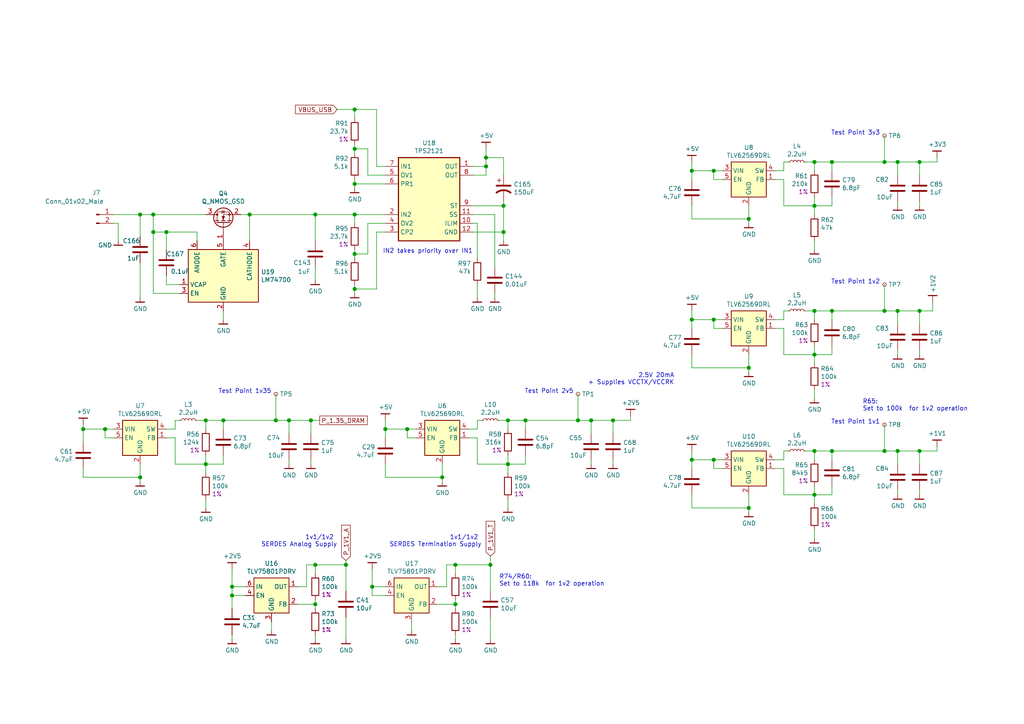
<source format=kicad_sch>
(kicad_sch (version 20201015) (generator eeschema)
  (page 1 18)
  (paper "A4")
  (title_block (title "ButterStick") (date "2020-11-01") (rev "r1.0") (company "GsD") (comment 1 "Functional prototyping board for the Lattice ECP5.") (comment 2 "SYZYGY compatible"))
  (junction (at 24.13 124.46) (diameter 1.016))
  (junction (at 30.48 124.46) (diameter 1.016))
  (junction (at 40.64 62.23) (diameter 1.016))
  (junction (at 40.64 138.43) (diameter 1.016))
  (junction (at 44.45 62.23) (diameter 1.016))
  (junction (at 44.45 67.31) (diameter 1.016))
  (junction (at 48.26 67.31) (diameter 1.016))
  (junction (at 59.69 121.92) (diameter 1.016))
  (junction (at 59.69 134.62) (diameter 1.016))
  (junction (at 64.77 121.92) (diameter 1.016))
  (junction (at 67.31 170.18) (diameter 1.016))
  (junction (at 67.31 172.72) (diameter 1.016))
  (junction (at 72.39 62.23) (diameter 1.016))
  (junction (at 80.01 121.92) (diameter 1.016))
  (junction (at 83.82 121.92) (diameter 1.016))
  (junction (at 90.17 121.92) (diameter 1.016))
  (junction (at 91.44 62.23) (diameter 1.016))
  (junction (at 91.44 163.83) (diameter 1.016))
  (junction (at 91.44 175.26) (diameter 1.016))
  (junction (at 100.33 163.83) (diameter 1.016))
  (junction (at 102.87 31.75) (diameter 1.016))
  (junction (at 102.87 43.18) (diameter 1.016))
  (junction (at 102.87 53.34) (diameter 1.016))
  (junction (at 102.87 62.23) (diameter 1.016))
  (junction (at 102.87 73.66) (diameter 1.016))
  (junction (at 102.87 83.82) (diameter 1.016))
  (junction (at 107.95 170.18) (diameter 1.016))
  (junction (at 111.76 124.46) (diameter 1.016))
  (junction (at 118.11 124.46) (diameter 1.016))
  (junction (at 128.27 138.43) (diameter 1.016))
  (junction (at 132.08 163.83) (diameter 1.016))
  (junction (at 132.08 175.26) (diameter 1.016))
  (junction (at 140.97 45.72) (diameter 1.016))
  (junction (at 140.97 48.26) (diameter 1.016))
  (junction (at 142.24 163.83) (diameter 1.016))
  (junction (at 146.05 59.69) (diameter 1.016))
  (junction (at 146.05 67.31) (diameter 1.016))
  (junction (at 147.32 121.92) (diameter 1.016))
  (junction (at 147.32 134.62) (diameter 1.016))
  (junction (at 152.4 121.92) (diameter 1.016))
  (junction (at 167.64 121.92) (diameter 1.016))
  (junction (at 171.45 121.92) (diameter 1.016))
  (junction (at 177.8 121.92) (diameter 1.016))
  (junction (at 200.66 49.53) (diameter 1.016))
  (junction (at 200.66 92.71) (diameter 1.016))
  (junction (at 200.66 133.35) (diameter 1.016))
  (junction (at 207.01 49.53) (diameter 1.016))
  (junction (at 207.01 92.71) (diameter 1.016))
  (junction (at 207.01 133.35) (diameter 1.016))
  (junction (at 217.17 63.5) (diameter 1.016))
  (junction (at 217.17 106.68) (diameter 1.016))
  (junction (at 217.17 147.32) (diameter 1.016))
  (junction (at 236.22 46.99) (diameter 1.016))
  (junction (at 236.22 59.69) (diameter 1.016))
  (junction (at 236.22 90.17) (diameter 1.016))
  (junction (at 236.22 102.87) (diameter 1.016))
  (junction (at 236.22 130.81) (diameter 1.016))
  (junction (at 236.22 143.51) (diameter 1.016))
  (junction (at 241.3 46.99) (diameter 1.016))
  (junction (at 241.3 90.17) (diameter 1.016))
  (junction (at 241.3 130.81) (diameter 1.016))
  (junction (at 256.54 46.99) (diameter 1.016))
  (junction (at 256.54 90.17) (diameter 1.016))
  (junction (at 256.54 130.81) (diameter 1.016))
  (junction (at 260.35 46.99) (diameter 1.016))
  (junction (at 260.35 90.17) (diameter 1.016))
  (junction (at 260.35 130.81) (diameter 1.016))
  (junction (at 266.7 46.99) (diameter 1.016))
  (junction (at 266.7 90.17) (diameter 1.016))
  (junction (at 266.7 130.81) (diameter 1.016))
  (wire (pts (xy 24.13 123.19) (xy 24.13 124.46)))
  (wire (pts (xy 24.13 124.46) (xy 24.13 128.27)))
  (wire (pts (xy 24.13 124.46) (xy 30.48 124.46)))
  (wire (pts (xy 24.13 135.89) (xy 24.13 138.43)))
  (wire (pts (xy 24.13 138.43) (xy 40.64 138.43)))
  (wire (pts (xy 30.48 124.46) (xy 33.02 124.46)))
  (wire (pts (xy 30.48 127) (xy 30.48 124.46)))
  (wire (pts (xy 33.02 62.23) (xy 40.64 62.23)))
  (wire (pts (xy 33.02 64.77) (xy 34.29 64.77)))
  (wire (pts (xy 33.02 127) (xy 30.48 127)))
  (wire (pts (xy 34.29 64.77) (xy 34.29 69.85)))
  (wire (pts (xy 40.64 62.23) (xy 40.64 68.58)))
  (wire (pts (xy 40.64 62.23) (xy 44.45 62.23)))
  (wire (pts (xy 40.64 76.2) (xy 40.64 86.36)))
  (wire (pts (xy 40.64 134.62) (xy 40.64 138.43)))
  (wire (pts (xy 40.64 138.43) (xy 40.64 139.7)))
  (wire (pts (xy 44.45 62.23) (xy 44.45 67.31)))
  (wire (pts (xy 44.45 62.23) (xy 59.69 62.23)))
  (wire (pts (xy 44.45 67.31) (xy 44.45 85.09)))
  (wire (pts (xy 48.26 67.31) (xy 44.45 67.31)))
  (wire (pts (xy 48.26 67.31) (xy 48.26 72.39)))
  (wire (pts (xy 48.26 82.55) (xy 48.26 80.01)))
  (wire (pts (xy 48.26 124.46) (xy 50.8 124.46)))
  (wire (pts (xy 48.26 127) (xy 50.8 127)))
  (wire (pts (xy 50.8 121.92) (xy 52.07 121.92)))
  (wire (pts (xy 50.8 124.46) (xy 50.8 121.92)))
  (wire (pts (xy 50.8 127) (xy 50.8 134.62)))
  (wire (pts (xy 50.8 134.62) (xy 59.69 134.62)))
  (wire (pts (xy 52.07 82.55) (xy 48.26 82.55)))
  (wire (pts (xy 52.07 85.09) (xy 44.45 85.09)))
  (wire (pts (xy 57.15 67.31) (xy 48.26 67.31)))
  (wire (pts (xy 57.15 69.85) (xy 57.15 67.31)))
  (wire (pts (xy 57.15 121.92) (xy 59.69 121.92)))
  (wire (pts (xy 59.69 121.92) (xy 59.69 124.46)))
  (wire (pts (xy 59.69 121.92) (xy 64.77 121.92)))
  (wire (pts (xy 59.69 132.08) (xy 59.69 134.62)))
  (wire (pts (xy 59.69 134.62) (xy 59.69 137.16)))
  (wire (pts (xy 59.69 144.78) (xy 59.69 147.32)))
  (wire (pts (xy 64.77 90.17) (xy 64.77 92.71)))
  (wire (pts (xy 64.77 121.92) (xy 64.77 124.46)))
  (wire (pts (xy 64.77 121.92) (xy 80.01 121.92)))
  (wire (pts (xy 64.77 132.08) (xy 64.77 134.62)))
  (wire (pts (xy 64.77 134.62) (xy 59.69 134.62)))
  (wire (pts (xy 67.31 170.18) (xy 67.31 165.1)))
  (wire (pts (xy 67.31 170.18) (xy 71.12 170.18)))
  (wire (pts (xy 67.31 172.72) (xy 67.31 170.18)))
  (wire (pts (xy 67.31 172.72) (xy 67.31 176.53)))
  (wire (pts (xy 67.31 184.15) (xy 67.31 185.42)))
  (wire (pts (xy 71.12 172.72) (xy 67.31 172.72)))
  (wire (pts (xy 72.39 62.23) (xy 69.85 62.23)))
  (wire (pts (xy 72.39 62.23) (xy 91.44 62.23)))
  (wire (pts (xy 72.39 69.85) (xy 72.39 62.23)))
  (wire (pts (xy 78.74 180.34) (xy 78.74 182.88)))
  (wire (pts (xy 80.01 114.3) (xy 80.01 121.92)))
  (wire (pts (xy 80.01 121.92) (xy 83.82 121.92)))
  (wire (pts (xy 83.82 125.73) (xy 83.82 121.92)))
  (wire (pts (xy 83.82 133.35) (xy 83.82 134.62)))
  (wire (pts (xy 86.36 170.18) (xy 88.9 170.18)))
  (wire (pts (xy 86.36 175.26) (xy 91.44 175.26)))
  (wire (pts (xy 88.9 163.83) (xy 91.44 163.83)))
  (wire (pts (xy 88.9 170.18) (xy 88.9 163.83)))
  (wire (pts (xy 90.17 121.92) (xy 83.82 121.92)))
  (wire (pts (xy 90.17 121.92) (xy 90.17 125.73)))
  (wire (pts (xy 90.17 121.92) (xy 92.71 121.92)))
  (wire (pts (xy 90.17 133.35) (xy 90.17 134.62)))
  (wire (pts (xy 91.44 62.23) (xy 102.87 62.23)))
  (wire (pts (xy 91.44 69.85) (xy 91.44 62.23)))
  (wire (pts (xy 91.44 77.47) (xy 91.44 81.28)))
  (wire (pts (xy 91.44 163.83) (xy 91.44 166.37)))
  (wire (pts (xy 91.44 163.83) (xy 100.33 163.83)))
  (wire (pts (xy 91.44 175.26) (xy 91.44 173.99)))
  (wire (pts (xy 91.44 175.26) (xy 91.44 176.53)))
  (wire (pts (xy 91.44 184.15) (xy 91.44 185.42)))
  (wire (pts (xy 97.79 31.75) (xy 102.87 31.75)))
  (wire (pts (xy 100.33 162.56) (xy 100.33 163.83)))
  (wire (pts (xy 100.33 163.83) (xy 100.33 171.45)))
  (wire (pts (xy 100.33 179.07) (xy 100.33 185.42)))
  (wire (pts (xy 102.87 31.75) (xy 102.87 34.29)))
  (wire (pts (xy 102.87 31.75) (xy 109.22 31.75)))
  (wire (pts (xy 102.87 41.91) (xy 102.87 43.18)))
  (wire (pts (xy 102.87 43.18) (xy 102.87 44.45)))
  (wire (pts (xy 102.87 43.18) (xy 106.68 43.18)))
  (wire (pts (xy 102.87 52.07) (xy 102.87 53.34)))
  (wire (pts (xy 102.87 53.34) (xy 102.87 54.61)))
  (wire (pts (xy 102.87 53.34) (xy 111.76 53.34)))
  (wire (pts (xy 102.87 62.23) (xy 102.87 64.77)))
  (wire (pts (xy 102.87 62.23) (xy 111.76 62.23)))
  (wire (pts (xy 102.87 72.39) (xy 102.87 73.66)))
  (wire (pts (xy 102.87 73.66) (xy 102.87 74.93)))
  (wire (pts (xy 102.87 73.66) (xy 106.68 73.66)))
  (wire (pts (xy 102.87 82.55) (xy 102.87 83.82)))
  (wire (pts (xy 102.87 83.82) (xy 102.87 85.09)))
  (wire (pts (xy 102.87 83.82) (xy 109.22 83.82)))
  (wire (pts (xy 106.68 43.18) (xy 106.68 50.8)))
  (wire (pts (xy 106.68 50.8) (xy 111.76 50.8)))
  (wire (pts (xy 106.68 64.77) (xy 111.76 64.77)))
  (wire (pts (xy 106.68 73.66) (xy 106.68 64.77)))
  (wire (pts (xy 107.95 170.18) (xy 107.95 165.1)))
  (wire (pts (xy 107.95 170.18) (xy 111.76 170.18)))
  (wire (pts (xy 107.95 172.72) (xy 107.95 170.18)))
  (wire (pts (xy 109.22 31.75) (xy 109.22 48.26)))
  (wire (pts (xy 109.22 48.26) (xy 111.76 48.26)))
  (wire (pts (xy 109.22 67.31) (xy 109.22 83.82)))
  (wire (pts (xy 111.76 67.31) (xy 109.22 67.31)))
  (wire (pts (xy 111.76 121.92) (xy 111.76 124.46)))
  (wire (pts (xy 111.76 124.46) (xy 111.76 127)))
  (wire (pts (xy 111.76 124.46) (xy 118.11 124.46)))
  (wire (pts (xy 111.76 134.62) (xy 111.76 138.43)))
  (wire (pts (xy 111.76 138.43) (xy 128.27 138.43)))
  (wire (pts (xy 111.76 172.72) (xy 107.95 172.72)))
  (wire (pts (xy 118.11 124.46) (xy 120.65 124.46)))
  (wire (pts (xy 118.11 127) (xy 118.11 124.46)))
  (wire (pts (xy 119.38 180.34) (xy 119.38 182.88)))
  (wire (pts (xy 120.65 127) (xy 118.11 127)))
  (wire (pts (xy 127 170.18) (xy 129.54 170.18)))
  (wire (pts (xy 127 175.26) (xy 132.08 175.26)))
  (wire (pts (xy 128.27 134.62) (xy 128.27 138.43)))
  (wire (pts (xy 128.27 138.43) (xy 128.27 139.7)))
  (wire (pts (xy 129.54 163.83) (xy 132.08 163.83)))
  (wire (pts (xy 129.54 170.18) (xy 129.54 163.83)))
  (wire (pts (xy 132.08 163.83) (xy 132.08 166.37)))
  (wire (pts (xy 132.08 163.83) (xy 142.24 163.83)))
  (wire (pts (xy 132.08 173.99) (xy 132.08 175.26)))
  (wire (pts (xy 132.08 175.26) (xy 132.08 176.53)))
  (wire (pts (xy 132.08 184.15) (xy 132.08 185.42)))
  (wire (pts (xy 137.16 48.26) (xy 140.97 48.26)))
  (wire (pts (xy 137.16 50.8) (xy 140.97 50.8)))
  (wire (pts (xy 137.16 59.69) (xy 146.05 59.69)))
  (wire (pts (xy 137.16 62.23) (xy 143.51 62.23)))
  (wire (pts (xy 137.16 64.77) (xy 138.43 64.77)))
  (wire (pts (xy 137.16 67.31) (xy 146.05 67.31)))
  (wire (pts (xy 138.43 64.77) (xy 138.43 74.93)))
  (wire (pts (xy 138.43 82.55) (xy 138.43 86.36)))
  (wire (pts (xy 138.43 121.92) (xy 138.43 124.46)))
  (wire (pts (xy 138.43 121.92) (xy 139.7 121.92)))
  (wire (pts (xy 138.43 124.46) (xy 135.89 124.46)))
  (wire (pts (xy 138.43 127) (xy 135.89 127)))
  (wire (pts (xy 138.43 134.62) (xy 138.43 127)))
  (wire (pts (xy 140.97 45.72) (xy 140.97 43.18)))
  (wire (pts (xy 140.97 45.72) (xy 146.05 45.72)))
  (wire (pts (xy 140.97 48.26) (xy 140.97 45.72)))
  (wire (pts (xy 140.97 50.8) (xy 140.97 48.26)))
  (wire (pts (xy 142.24 161.29) (xy 142.24 163.83)))
  (wire (pts (xy 142.24 163.83) (xy 142.24 171.45)))
  (wire (pts (xy 142.24 179.07) (xy 142.24 185.42)))
  (wire (pts (xy 143.51 62.23) (xy 143.51 77.47)))
  (wire (pts (xy 143.51 85.09) (xy 143.51 86.36)))
  (wire (pts (xy 144.78 121.92) (xy 147.32 121.92)))
  (wire (pts (xy 146.05 45.72) (xy 146.05 50.8)))
  (wire (pts (xy 146.05 58.42) (xy 146.05 59.69)))
  (wire (pts (xy 146.05 59.69) (xy 146.05 67.31)))
  (wire (pts (xy 146.05 67.31) (xy 146.05 69.85)))
  (wire (pts (xy 147.32 121.92) (xy 147.32 124.46)))
  (wire (pts (xy 147.32 121.92) (xy 152.4 121.92)))
  (wire (pts (xy 147.32 132.08) (xy 147.32 134.62)))
  (wire (pts (xy 147.32 134.62) (xy 138.43 134.62)))
  (wire (pts (xy 147.32 134.62) (xy 147.32 137.16)))
  (wire (pts (xy 147.32 144.78) (xy 147.32 147.32)))
  (wire (pts (xy 152.4 121.92) (xy 152.4 124.46)))
  (wire (pts (xy 152.4 121.92) (xy 167.64 121.92)))
  (wire (pts (xy 152.4 132.08) (xy 152.4 134.62)))
  (wire (pts (xy 152.4 134.62) (xy 147.32 134.62)))
  (wire (pts (xy 167.64 114.3) (xy 167.64 121.92)))
  (wire (pts (xy 167.64 121.92) (xy 171.45 121.92)))
  (wire (pts (xy 171.45 121.92) (xy 177.8 121.92)))
  (wire (pts (xy 171.45 125.73) (xy 171.45 121.92)))
  (wire (pts (xy 171.45 133.35) (xy 171.45 134.62)))
  (wire (pts (xy 177.8 121.92) (xy 177.8 125.73)))
  (wire (pts (xy 177.8 121.92) (xy 182.88 121.92)))
  (wire (pts (xy 177.8 133.35) (xy 177.8 134.62)))
  (wire (pts (xy 182.88 121.92) (xy 182.88 120.65)))
  (wire (pts (xy 200.66 46.99) (xy 200.66 49.53)))
  (wire (pts (xy 200.66 49.53) (xy 200.66 52.07)))
  (wire (pts (xy 200.66 49.53) (xy 207.01 49.53)))
  (wire (pts (xy 200.66 59.69) (xy 200.66 63.5)))
  (wire (pts (xy 200.66 63.5) (xy 217.17 63.5)))
  (wire (pts (xy 200.66 90.17) (xy 200.66 92.71)))
  (wire (pts (xy 200.66 92.71) (xy 200.66 95.25)))
  (wire (pts (xy 200.66 92.71) (xy 207.01 92.71)))
  (wire (pts (xy 200.66 102.87) (xy 200.66 106.68)))
  (wire (pts (xy 200.66 106.68) (xy 217.17 106.68)))
  (wire (pts (xy 200.66 130.81) (xy 200.66 133.35)))
  (wire (pts (xy 200.66 133.35) (xy 200.66 135.89)))
  (wire (pts (xy 200.66 133.35) (xy 207.01 133.35)))
  (wire (pts (xy 200.66 143.51) (xy 200.66 147.32)))
  (wire (pts (xy 200.66 147.32) (xy 217.17 147.32)))
  (wire (pts (xy 207.01 49.53) (xy 209.55 49.53)))
  (wire (pts (xy 207.01 52.07) (xy 207.01 49.53)))
  (wire (pts (xy 207.01 92.71) (xy 209.55 92.71)))
  (wire (pts (xy 207.01 95.25) (xy 207.01 92.71)))
  (wire (pts (xy 207.01 133.35) (xy 209.55 133.35)))
  (wire (pts (xy 207.01 135.89) (xy 207.01 133.35)))
  (wire (pts (xy 209.55 52.07) (xy 207.01 52.07)))
  (wire (pts (xy 209.55 95.25) (xy 207.01 95.25)))
  (wire (pts (xy 209.55 135.89) (xy 207.01 135.89)))
  (wire (pts (xy 217.17 59.69) (xy 217.17 63.5)))
  (wire (pts (xy 217.17 63.5) (xy 217.17 64.77)))
  (wire (pts (xy 217.17 102.87) (xy 217.17 106.68)))
  (wire (pts (xy 217.17 106.68) (xy 217.17 107.95)))
  (wire (pts (xy 217.17 143.51) (xy 217.17 147.32)))
  (wire (pts (xy 217.17 147.32) (xy 217.17 148.59)))
  (wire (pts (xy 227.33 46.99) (xy 227.33 49.53)))
  (wire (pts (xy 227.33 46.99) (xy 228.6 46.99)))
  (wire (pts (xy 227.33 49.53) (xy 224.79 49.53)))
  (wire (pts (xy 227.33 52.07) (xy 224.79 52.07)))
  (wire (pts (xy 227.33 59.69) (xy 227.33 52.07)))
  (wire (pts (xy 227.33 90.17) (xy 227.33 92.71)))
  (wire (pts (xy 227.33 90.17) (xy 228.6 90.17)))
  (wire (pts (xy 227.33 92.71) (xy 224.79 92.71)))
  (wire (pts (xy 227.33 95.25) (xy 224.79 95.25)))
  (wire (pts (xy 227.33 102.87) (xy 227.33 95.25)))
  (wire (pts (xy 227.33 102.87) (xy 236.22 102.87)))
  (wire (pts (xy 227.33 130.81) (xy 227.33 133.35)))
  (wire (pts (xy 227.33 130.81) (xy 228.6 130.81)))
  (wire (pts (xy 227.33 133.35) (xy 224.79 133.35)))
  (wire (pts (xy 227.33 135.89) (xy 224.79 135.89)))
  (wire (pts (xy 227.33 143.51) (xy 227.33 135.89)))
  (wire (pts (xy 227.33 143.51) (xy 236.22 143.51)))
  (wire (pts (xy 233.68 46.99) (xy 236.22 46.99)))
  (wire (pts (xy 233.68 90.17) (xy 236.22 90.17)))
  (wire (pts (xy 233.68 130.81) (xy 236.22 130.81)))
  (wire (pts (xy 236.22 46.99) (xy 236.22 49.53)))
  (wire (pts (xy 236.22 46.99) (xy 241.3 46.99)))
  (wire (pts (xy 236.22 57.15) (xy 236.22 59.69)))
  (wire (pts (xy 236.22 59.69) (xy 227.33 59.69)))
  (wire (pts (xy 236.22 59.69) (xy 236.22 62.23)))
  (wire (pts (xy 236.22 69.85) (xy 236.22 72.39)))
  (wire (pts (xy 236.22 90.17) (xy 236.22 92.71)))
  (wire (pts (xy 236.22 90.17) (xy 241.3 90.17)))
  (wire (pts (xy 236.22 100.33) (xy 236.22 102.87)))
  (wire (pts (xy 236.22 102.87) (xy 236.22 105.41)))
  (wire (pts (xy 236.22 113.03) (xy 236.22 115.57)))
  (wire (pts (xy 236.22 130.81) (xy 236.22 133.35)))
  (wire (pts (xy 236.22 130.81) (xy 241.3 130.81)))
  (wire (pts (xy 236.22 140.97) (xy 236.22 143.51)))
  (wire (pts (xy 236.22 143.51) (xy 236.22 146.05)))
  (wire (pts (xy 236.22 153.67) (xy 236.22 156.21)))
  (wire (pts (xy 241.3 46.99) (xy 241.3 49.53)))
  (wire (pts (xy 241.3 46.99) (xy 256.54 46.99)))
  (wire (pts (xy 241.3 57.15) (xy 241.3 59.69)))
  (wire (pts (xy 241.3 59.69) (xy 236.22 59.69)))
  (wire (pts (xy 241.3 90.17) (xy 241.3 92.71)))
  (wire (pts (xy 241.3 90.17) (xy 256.54 90.17)))
  (wire (pts (xy 241.3 100.33) (xy 241.3 102.87)))
  (wire (pts (xy 241.3 102.87) (xy 236.22 102.87)))
  (wire (pts (xy 241.3 130.81) (xy 241.3 133.35)))
  (wire (pts (xy 241.3 130.81) (xy 256.54 130.81)))
  (wire (pts (xy 241.3 140.97) (xy 241.3 143.51)))
  (wire (pts (xy 241.3 143.51) (xy 236.22 143.51)))
  (wire (pts (xy 256.54 39.37) (xy 256.54 46.99)))
  (wire (pts (xy 256.54 46.99) (xy 260.35 46.99)))
  (wire (pts (xy 256.54 82.55) (xy 256.54 90.17)))
  (wire (pts (xy 256.54 90.17) (xy 260.35 90.17)))
  (wire (pts (xy 256.54 123.19) (xy 256.54 130.81)))
  (wire (pts (xy 256.54 130.81) (xy 260.35 130.81)))
  (wire (pts (xy 260.35 50.8) (xy 260.35 46.99)))
  (wire (pts (xy 260.35 58.42) (xy 260.35 59.69)))
  (wire (pts (xy 260.35 93.98) (xy 260.35 90.17)))
  (wire (pts (xy 260.35 101.6) (xy 260.35 102.87)))
  (wire (pts (xy 260.35 134.62) (xy 260.35 130.81)))
  (wire (pts (xy 260.35 142.24) (xy 260.35 143.51)))
  (wire (pts (xy 266.7 46.99) (xy 260.35 46.99)))
  (wire (pts (xy 266.7 46.99) (xy 266.7 50.8)))
  (wire (pts (xy 266.7 46.99) (xy 271.78 46.99)))
  (wire (pts (xy 266.7 58.42) (xy 266.7 59.69)))
  (wire (pts (xy 266.7 90.17) (xy 260.35 90.17)))
  (wire (pts (xy 266.7 90.17) (xy 266.7 93.98)))
  (wire (pts (xy 266.7 90.17) (xy 270.51 90.17)))
  (wire (pts (xy 266.7 101.6) (xy 266.7 102.87)))
  (wire (pts (xy 266.7 130.81) (xy 260.35 130.81)))
  (wire (pts (xy 266.7 130.81) (xy 266.7 134.62)))
  (wire (pts (xy 266.7 130.81) (xy 271.78 130.81)))
  (wire (pts (xy 266.7 142.24) (xy 266.7 143.51)))
  (wire (pts (xy 270.51 90.17) (xy 270.51 87.63)))
  (wire (pts (xy 271.78 46.99) (xy 271.78 45.72)))
  (wire (pts (xy 271.78 129.54) (xy 271.78 130.81)))
  (text "Test Point 1v35" (at 78.74 114.3 180) (effects (font (size 1.27 1.27)) (justify right bottom)))
  (text "1v1/1v2 \nSERDES Analog Supply" (at 97.79 158.75 180) (effects (font (size 1.27 1.27)) (justify right bottom)))
  (text "IN2 takes priority over IN1" (at 137.16 73.66 180) (effects (font (size 1.27 1.27)) (justify right bottom)))
  (text "1v1/1v2 \nSERDES Termination Supply" (at 139.7 158.75 180) (effects (font (size 1.27 1.27)) (justify right bottom)))
  (text "R74/R60:\nSet to 118k  for 1v2 operation" (at 144.78 170.18 0) (effects (font (size 1.27 1.27)) (justify left bottom)))
  (text "Test Point 2v5" (at 166.37 114.3 180) (effects (font (size 1.27 1.27)) (justify right bottom)))
  (text "2.5V 20mA\n+ Supplies VCCTX/VCCRK" (at 195.58 111.76 180) (effects (font (size 1.27 1.27)) (justify right bottom)))
  (text "R65:\nSet to 100k  for 1v2 operation" (at 250.19 119.38 0) (effects (font (size 1.27 1.27)) (justify left bottom)))
  (text "Test Point 3v3" (at 255.27 39.37 180) (effects (font (size 1.27 1.27)) (justify right bottom)))
  (text "Test Point 1v2" (at 255.27 82.55 180) (effects (font (size 1.27 1.27)) (justify right bottom)))
  (text "Test Point 1v1" (at 255.27 123.19 180) (effects (font (size 1.27 1.27)) (justify right bottom)))
  (global_label "P_1.35_DRAM" (shape passive) (at 92.71 121.92 0))
  (global_label "VBUS_USB" (shape input) (at 97.79 31.75 180))
  (global_label "P_1V1_A" (shape input) (at 100.33 162.56 90))
  (global_label "P_1V1_T" (shape input) (at 142.24 161.29 90))
  (symbol (lib_id "Connector:TestPoint_Small") (at 80.01 114.3 0) (unit 1)
    (property "Reference" "TP5" (at 81.1531 114.3 0) (effects (justify left)))
    (property "Value" "TestPoint_Small" (effects hide))
    (property "Footprint" "TestPoint:TestPoint_Pad_D1.5mm" (effects hide))
    (property "PN" "DNP" (effects hide))
  )
  (symbol (lib_id "Connector:TestPoint_Small") (at 167.64 114.3 0) (unit 1)
    (property "Reference" "TP1" (at 168.7831 114.3 0) (effects (justify left)))
    (property "Value" "TestPoint_Small" (effects hide))
    (property "Footprint" "TestPoint:TestPoint_Pad_D1.5mm" (effects hide))
    (property "PN" "DNP" (effects hide))
  )
  (symbol (lib_id "Connector:TestPoint_Small") (at 256.54 39.37 0) (unit 1)
    (property "Reference" "TP6" (at 257.6831 39.37 0) (effects (justify left)))
    (property "Value" "TestPoint_Small" (effects hide))
    (property "Footprint" "TestPoint:TestPoint_Pad_D1.5mm" (effects hide))
    (property "PN" "DNP" (effects hide))
  )
  (symbol (lib_id "Connector:TestPoint_Small") (at 256.54 82.55 0) (unit 1)
    (property "Reference" "TP7" (at 257.6831 82.55 0) (effects (justify left)))
    (property "Value" "TestPoint_Small" (effects hide))
    (property "Footprint" "TestPoint:TestPoint_Pad_D1.5mm" (effects hide))
    (property "PN" "DNP" (effects hide))
  )
  (symbol (lib_id "Connector:TestPoint_Small") (at 256.54 123.19 0) (unit 1)
    (property "Reference" "TP8" (at 257.6831 123.19 0) (effects (justify left)))
    (property "Value" "TestPoint_Small" (effects hide))
    (property "Footprint" "TestPoint:TestPoint_Pad_D1.5mm" (effects hide))
    (property "PN" "DNP" (effects hide))
  )
  (symbol (lib_id "Device:L_Small") (at 54.61 121.92 90) (unit 1)
    (property "Reference" "L3" (at 54.61 117.3288 90))
    (property "Value" "2.2uH" (at 54.61 119.6275 90))
    (property "Footprint" "Inductor_SMD:L_0805_2012Metric" (effects hide))
    (property "Mfg" "Sunltech Tech" (effects hide))
    (property "PN" "SLM20122R2MIT" (effects hide))
  )
  (symbol (lib_id "Device:L_Small") (at 142.24 121.92 90) (unit 1)
    (property "Reference" "L10" (at 142.24 117.3288 90))
    (property "Value" "2.2uH" (at 142.24 119.6275 90))
    (property "Footprint" "Inductor_SMD:L_0805_2012Metric" (effects hide))
    (property "Mfg" "Sunltech Tech" (effects hide))
    (property "PN" "SLM20122R2MIT" (effects hide))
  )
  (symbol (lib_id "Device:L_Small") (at 231.14 46.99 90) (unit 1)
    (property "Reference" "L4" (at 231.14 42.3988 90))
    (property "Value" "2.2uH" (at 231.14 44.6975 90))
    (property "Footprint" "Inductor_SMD:L_0805_2012Metric" (effects hide))
    (property "Mfg" "Sunltech Tech" (effects hide))
    (property "PN" "SLM20122R2MIT" (effects hide))
  )
  (symbol (lib_id "Device:L_Small") (at 231.14 90.17 90) (unit 1)
    (property "Reference" "L5" (at 231.14 85.5788 90))
    (property "Value" "2.2uH" (at 231.14 87.8775 90))
    (property "Footprint" "Inductor_SMD:L_0805_2012Metric" (effects hide))
    (property "Mfg" "Sunltech Tech" (effects hide))
    (property "PN" "SLM20122R2MIT" (effects hide))
  )
  (symbol (lib_id "Device:L_Small") (at 231.14 130.81 90) (unit 1)
    (property "Reference" "L6" (at 231.14 126.2188 90))
    (property "Value" "2.2uH" (at 231.14 128.5175 90))
    (property "Footprint" "Inductor_SMD:L_0805_2012Metric" (effects hide))
    (property "Mfg" "Sunltech Tech" (effects hide))
    (property "PN" "SLM20122R2MIT" (effects hide))
  )
  (symbol (lib_id "gkl_power:GND") (at 34.29 69.85 0) (unit 1)
    (property "Reference" "#PWR0219" (effects hide))
    (property "Value" "GND" (at 30.48 71.12 0))
  )
  (symbol (lib_id "gkl_power:GND") (at 40.64 86.36 0) (unit 1)
    (property "Reference" "#PWR0257" (effects hide))
    (property "Value" "GND" (at 40.7162 89.5604 0))
  )
  (symbol (lib_id "gkl_power:GND") (at 40.64 139.7 0) (unit 1)
    (property "Reference" "#PWR0109" (effects hide))
    (property "Value" "GND" (at 40.7162 142.9004 0))
  )
  (symbol (lib_id "gkl_power:GND") (at 59.69 147.32 0) (unit 1)
    (property "Reference" "#PWR0123" (effects hide))
    (property "Value" "GND" (at 59.7662 150.5204 0))
  )
  (symbol (lib_id "gkl_power:GND") (at 64.77 92.71 0) (unit 1)
    (property "Reference" "#PWR0258" (effects hide))
    (property "Value" "GND" (at 64.8462 95.9104 0))
  )
  (symbol (lib_id "gkl_power:GND") (at 67.31 185.42 0) (unit 1)
    (property "Reference" "#PWR0180" (effects hide))
    (property "Value" "GND" (at 67.3862 188.6204 0))
  )
  (symbol (lib_id "gkl_power:GND") (at 78.74 182.88 0) (unit 1)
    (property "Reference" "#PWR0198" (effects hide))
    (property "Value" "GND" (at 78.8162 186.0804 0))
  )
  (symbol (lib_id "gkl_power:GND") (at 83.82 134.62 0) (unit 1)
    (property "Reference" "#PWR0126" (effects hide))
    (property "Value" "GND" (at 83.8962 137.8204 0))
  )
  (symbol (lib_id "gkl_power:GND") (at 90.17 134.62 0) (unit 1)
    (property "Reference" "#PWR0127" (effects hide))
    (property "Value" "GND" (at 90.2462 137.8204 0))
  )
  (symbol (lib_id "gkl_power:GND") (at 91.44 81.28 0) (unit 1)
    (property "Reference" "#PWR0235" (effects hide))
    (property "Value" "GND" (at 91.5162 84.4804 0))
  )
  (symbol (lib_id "gkl_power:GND") (at 91.44 185.42 0) (unit 1)
    (property "Reference" "#PWR0229" (effects hide))
    (property "Value" "GND" (at 91.5162 188.6204 0))
  )
  (symbol (lib_id "gkl_power:GND") (at 100.33 185.42 0) (unit 1)
    (property "Reference" "#PWR0222" (effects hide))
    (property "Value" "GND" (at 100.4062 188.6204 0))
  )
  (symbol (lib_id "gkl_power:GND") (at 102.87 54.61 0) (unit 1)
    (property "Reference" "#PWR0234" (effects hide))
    (property "Value" "GND" (at 102.9462 57.8104 0))
  )
  (symbol (lib_id "gkl_power:GND") (at 102.87 85.09 0) (unit 1)
    (property "Reference" "#PWR0218" (effects hide))
    (property "Value" "GND" (at 102.9462 88.2904 0))
  )
  (symbol (lib_id "gkl_power:GND") (at 119.38 182.88 0) (unit 1)
    (property "Reference" "#PWR0220" (effects hide))
    (property "Value" "GND" (at 119.4562 186.0804 0))
  )
  (symbol (lib_id "gkl_power:GND") (at 128.27 139.7 0) (unit 1)
    (property "Reference" "#PWR0138" (effects hide))
    (property "Value" "GND" (at 128.3462 142.9004 0))
  )
  (symbol (lib_id "gkl_power:GND") (at 132.08 185.42 0) (unit 1)
    (property "Reference" "#PWR0230" (effects hide))
    (property "Value" "GND" (at 132.1562 188.6204 0))
  )
  (symbol (lib_id "gkl_power:GND") (at 138.43 86.36 0) (unit 1)
    (property "Reference" "#PWR0233" (effects hide))
    (property "Value" "GND" (at 138.5062 89.5604 0))
  )
  (symbol (lib_id "gkl_power:GND") (at 142.24 185.42 0) (unit 1)
    (property "Reference" "#PWR0223" (effects hide))
    (property "Value" "GND" (at 142.3162 188.6204 0))
  )
  (symbol (lib_id "gkl_power:GND") (at 143.51 86.36 0) (unit 1)
    (property "Reference" "#PWR0232" (effects hide))
    (property "Value" "GND" (at 143.5862 89.5604 0))
  )
  (symbol (lib_id "gkl_power:GND") (at 146.05 69.85 0) (unit 1)
    (property "Reference" "#PWR0231" (effects hide))
    (property "Value" "GND" (at 146.1262 73.0504 0))
  )
  (symbol (lib_id "gkl_power:GND") (at 147.32 147.32 0) (unit 1)
    (property "Reference" "#PWR0137" (effects hide))
    (property "Value" "GND" (at 147.3962 150.5204 0))
  )
  (symbol (lib_id "gkl_power:GND") (at 171.45 134.62 0) (unit 1)
    (property "Reference" "#PWR0139" (effects hide))
    (property "Value" "GND" (at 171.5262 137.8204 0))
  )
  (symbol (lib_id "gkl_power:GND") (at 177.8 134.62 0) (unit 1)
    (property "Reference" "#PWR0119" (effects hide))
    (property "Value" "GND" (at 177.8762 137.8204 0))
  )
  (symbol (lib_id "gkl_power:GND") (at 217.17 64.77 0) (unit 1)
    (property "Reference" "#PWR0130" (effects hide))
    (property "Value" "GND" (at 217.2462 67.9704 0))
  )
  (symbol (lib_id "gkl_power:GND") (at 217.17 107.95 0) (unit 1)
    (property "Reference" "#PWR0129" (effects hide))
    (property "Value" "GND" (at 217.2462 111.1504 0))
  )
  (symbol (lib_id "gkl_power:GND") (at 217.17 148.59 0) (unit 1)
    (property "Reference" "#PWR0122" (effects hide))
    (property "Value" "GND" (at 217.2462 151.7904 0))
  )
  (symbol (lib_id "gkl_power:GND") (at 236.22 72.39 0) (unit 1)
    (property "Reference" "#PWR0140" (effects hide))
    (property "Value" "GND" (at 236.2962 75.5904 0))
  )
  (symbol (lib_id "gkl_power:GND") (at 236.22 115.57 0) (unit 1)
    (property "Reference" "#PWR0141" (effects hide))
    (property "Value" "GND" (at 236.2962 118.7704 0))
  )
  (symbol (lib_id "gkl_power:GND") (at 236.22 156.21 0) (unit 1)
    (property "Reference" "#PWR0142" (effects hide))
    (property "Value" "GND" (at 236.2962 159.4104 0))
  )
  (symbol (lib_id "gkl_power:GND") (at 260.35 59.69 0) (unit 1)
    (property "Reference" "#PWR0143" (effects hide))
    (property "Value" "GND" (at 260.4262 62.8904 0))
  )
  (symbol (lib_id "gkl_power:GND") (at 260.35 102.87 0) (unit 1)
    (property "Reference" "#PWR0144" (effects hide))
    (property "Value" "GND" (at 260.4262 106.0704 0))
  )
  (symbol (lib_id "gkl_power:GND") (at 260.35 143.51 0) (unit 1)
    (property "Reference" "#PWR0145" (effects hide))
    (property "Value" "GND" (at 260.4262 146.7104 0))
  )
  (symbol (lib_id "gkl_power:GND") (at 266.7 59.69 0) (unit 1)
    (property "Reference" "#PWR0146" (effects hide))
    (property "Value" "GND" (at 266.7762 62.8904 0))
  )
  (symbol (lib_id "gkl_power:GND") (at 266.7 102.87 0) (unit 1)
    (property "Reference" "#PWR0147" (effects hide))
    (property "Value" "GND" (at 266.7762 106.0704 0))
  )
  (symbol (lib_id "gkl_power:GND") (at 266.7 143.51 0) (unit 1)
    (property "Reference" "#PWR0148" (effects hide))
    (property "Value" "GND" (at 266.7762 146.7104 0))
  )
  (symbol (lib_id "gkl_power:+5V") (at 24.13 123.19 0) (unit 1)
    (property "Reference" "#PWR0108" (effects hide))
    (property "Value" "+5V" (at 24.2062 119.3546 0))
  )
  (symbol (lib_id "gkl_power:+2V5") (at 67.31 165.1 0) (unit 1)
    (property "Reference" "#PWR0165" (effects hide))
    (property "Value" "+2V5" (at 67.3862 161.2646 0))
  )
  (symbol (lib_id "gkl_power:+2V5") (at 107.95 165.1 0) (unit 1)
    (property "Reference" "#PWR0221" (effects hide))
    (property "Value" "+2V5" (at 108.0262 161.2646 0))
  )
  (symbol (lib_id "gkl_power:+5V") (at 111.76 121.92 0) (unit 1)
    (property "Reference" "#PWR0111" (effects hide))
    (property "Value" "+5V" (at 111.8362 118.0846 0))
  )
  (symbol (lib_id "gkl_power:+5V") (at 140.97 43.18 0) (unit 1)
    (property "Reference" "#PWR0217" (effects hide))
    (property "Value" "+5V" (at 141.0462 39.3446 0))
  )
  (symbol (lib_id "gkl_power:+2V5") (at 182.88 120.65 0) (unit 1)
    (property "Reference" "#PWR0118" (effects hide))
    (property "Value" "+2V5" (at 182.9562 116.8146 0))
  )
  (symbol (lib_id "gkl_power:+5V") (at 200.66 46.99 0) (unit 1)
    (property "Reference" "#PWR0128" (effects hide))
    (property "Value" "+5V" (at 200.7362 43.1546 0))
  )
  (symbol (lib_id "gkl_power:+5V") (at 200.66 90.17 0) (unit 1)
    (property "Reference" "#PWR0131" (effects hide))
    (property "Value" "+5V" (at 200.7362 86.3346 0))
  )
  (symbol (lib_id "gkl_power:+5V") (at 200.66 130.81 0) (unit 1)
    (property "Reference" "#PWR0110" (effects hide))
    (property "Value" "+5V" (at 200.7362 126.9746 0))
  )
  (symbol (lib_id "gkl_power:+1V2") (at 270.51 87.63 0) (unit 1)
    (property "Reference" "#PWR0135" (effects hide))
    (property "Value" "+1V2" (at 270.6116 84.9376 90) (effects (justify left)))
  )
  (symbol (lib_id "gkl_power:+3V3") (at 271.78 45.72 0) (unit 1)
    (property "Reference" "#PWR0134" (effects hide))
    (property "Value" "+3V3" (at 271.8562 41.8846 0))
  )
  (symbol (lib_id "gkl_power:+1V1") (at 271.78 129.54 0) (unit 1)
    (property "Reference" "#PWR0136" (effects hide))
    (property "Value" "+1V1" (at 271.8562 125.7046 0))
  )
  (symbol (lib_name "Device:R_8") (lib_id "Device:R") (at 59.69 128.27 180) (unit 1)
    (property "Reference" "R56" (at 57.912 125.9713 0) (effects (justify left)))
    (property "Value" "124k" (at 57.912 128.27 0) (effects (justify left)))
    (property "Footprint" "Resistor_SMD:R_0402_1005Metric" (effects hide))
    (property "PN" "RC0402FR-07124KL" (effects hide))
    (property "Mfg" "Yageo" (effects hide))
    (property "Tol" "1%" (at 57.912 130.5687 0) (effects (justify left)))
  )
  (symbol (lib_name "Device:R_7") (lib_id "Device:R") (at 59.69 140.97 180) (unit 1)
    (property "Reference" "R57" (at 61.4681 138.6713 0) (effects (justify right)))
    (property "Value" "100k" (at 61.4681 140.97 0) (effects (justify right)))
    (property "Footprint" "Resistor_SMD:R_0402_1005Metric" (effects hide))
    (property "PN" "RC0402FR-07100KL" (effects hide))
    (property "Mfg" "Yageo" (effects hide))
    (property "Tol" "1%" (at 61.4681 143.2687 0) (effects (justify right)))
  )
  (symbol (lib_name "Device:R_10") (lib_id "Device:R") (at 91.44 170.18 180) (unit 1)
    (property "Reference" "R60" (at 93.2181 167.8813 0) (effects (justify right)))
    (property "Value" "100k" (at 93.2181 170.18 0) (effects (justify right)))
    (property "Footprint" "Resistor_SMD:R_0402_1005Metric" (effects hide))
    (property "PN" "RC0402FR-07100KL" (effects hide))
    (property "Mfg" "Yageo" (effects hide))
    (property "Tol" "1%" (at 93.2181 172.4787 0) (effects (justify right)))
  )
  (symbol (lib_name "Device:R_11") (lib_id "Device:R") (at 91.44 180.34 180) (unit 1)
    (property "Reference" "R73" (at 93.2181 178.0413 0) (effects (justify right)))
    (property "Value" "100k" (at 93.2181 180.34 0) (effects (justify right)))
    (property "Footprint" "Resistor_SMD:R_0402_1005Metric" (effects hide))
    (property "PN" "RC0402FR-07100KL" (effects hide))
    (property "Mfg" "Yageo" (effects hide))
    (property "Tol" "1%" (at 93.2181 182.6387 0) (effects (justify right)))
  )
  (symbol (lib_name "Device:R_14") (lib_id "Device:R") (at 102.87 38.1 180) (unit 1)
    (property "Reference" "R91" (at 101.092 35.8013 0) (effects (justify left)))
    (property "Value" "23.7k" (at 101.092 38.1 0) (effects (justify left)))
    (property "Footprint" "Resistor_SMD:R_0402_1005Metric" (effects hide))
    (property "PN" "RC0402FR-0723K7L" (effects hide))
    (property "Mfg" "Yageo" (effects hide))
    (property "Tol" "1%" (at 101.092 40.3987 0) (effects (justify left)))
  )
  (symbol (lib_name "Device:R_15") (lib_id "Device:R") (at 102.87 48.26 180) (unit 1)
    (property "Reference" "R92" (at 101.092 45.9613 0) (effects (justify left)))
    (property "Value" "5.1k" (at 101.092 48.26 0) (effects (justify left)))
    (property "Footprint" "Resistor_SMD:R_0402_1005Metric" (effects hide))
    (property "PN" "RC0402FR-075K1L" (effects hide))
    (property "Mfg" "Yageo" (effects hide))
  )
  (symbol (lib_id "Device:R") (at 102.87 68.58 180) (unit 1)
    (property "Reference" "R95" (at 101.092 66.2813 0) (effects (justify left)))
    (property "Value" "23.7k" (at 101.092 68.58 0) (effects (justify left)))
    (property "Footprint" "Resistor_SMD:R_0402_1005Metric" (effects hide))
    (property "PN" "RC0402FR-0723K7L" (effects hide))
    (property "Mfg" "Yageo" (effects hide))
    (property "Tol" "1%" (at 101.092 70.8787 0) (effects (justify left)))
  )
  (symbol (lib_id "Device:R") (at 102.87 78.74 180) (unit 1)
    (property "Reference" "R96" (at 101.092 76.4413 0) (effects (justify left)))
    (property "Value" "5.1k" (at 101.092 78.74 0) (effects (justify left)))
    (property "Footprint" "Resistor_SMD:R_0402_1005Metric" (effects hide))
    (property "PN" "RC0402FR-075K1L" (effects hide))
    (property "Mfg" "Yageo" (effects hide))
  )
  (symbol (lib_name "Device:R_13") (lib_id "Device:R") (at 132.08 170.18 180) (unit 1)
    (property "Reference" "R74" (at 133.8581 167.8813 0) (effects (justify right)))
    (property "Value" "100k" (at 133.8581 170.18 0) (effects (justify right)))
    (property "Footprint" "Resistor_SMD:R_0402_1005Metric" (effects hide))
    (property "PN" "RC0402FR-07100KL" (effects hide))
    (property "Mfg" "Yageo" (effects hide))
    (property "Tol" "1%" (at 133.8581 172.4787 0) (effects (justify right)))
  )
  (symbol (lib_name "Device:R_12") (lib_id "Device:R") (at 132.08 180.34 180) (unit 1)
    (property "Reference" "R90" (at 133.8581 178.0413 0) (effects (justify right)))
    (property "Value" "100k" (at 133.8581 180.34 0) (effects (justify right)))
    (property "Footprint" "Resistor_SMD:R_0402_1005Metric" (effects hide))
    (property "PN" "RC0402FR-07100KL" (effects hide))
    (property "Mfg" "Yageo" (effects hide))
    (property "Tol" "1%" (at 133.8581 182.6387 0) (effects (justify right)))
  )
  (symbol (lib_id "Device:R") (at 138.43 78.74 180) (unit 1)
    (property "Reference" "R97" (at 136.652 76.4413 0) (effects (justify left)))
    (property "Value" "47k" (at 136.652 78.74 0) (effects (justify left)))
    (property "Footprint" "Resistor_SMD:R_0402_1005Metric" (effects hide))
    (property "PN" "RC0402FR-0747KL" (effects hide))
    (property "Mfg" "Yageo" (effects hide))
  )
  (symbol (lib_id "Device:R") (at 147.32 128.27 180) (unit 1)
    (property "Reference" "R58" (at 145.542 125.9713 0) (effects (justify left)))
    (property "Value" "316k" (at 145.542 128.27 0) (effects (justify left)))
    (property "Footprint" "Resistor_SMD:R_0402_1005Metric" (effects hide))
    (property "PN" "RC0402FR-07316KL" (effects hide))
    (property "Mfg" "Yageo" (effects hide))
    (property "Tol" "1%" (at 145.542 130.5687 0) (effects (justify left)))
  )
  (symbol (lib_name "Device:R_9") (lib_id "Device:R") (at 147.32 140.97 180) (unit 1)
    (property "Reference" "R59" (at 149.0981 138.6713 0) (effects (justify right)))
    (property "Value" "100k" (at 149.0981 140.97 0) (effects (justify right)))
    (property "Footprint" "Resistor_SMD:R_0402_1005Metric" (effects hide))
    (property "PN" "RC0402FR-07100KL" (effects hide))
    (property "Mfg" "Yageo" (effects hide))
    (property "Tol" "1%" (at 149.0981 143.2687 0) (effects (justify right)))
  )
  (symbol (lib_name "Device:R_3") (lib_id "Device:R") (at 236.22 53.34 180) (unit 1)
    (property "Reference" "R61" (at 234.442 51.0413 0) (effects (justify left)))
    (property "Value" "210k" (at 234.442 53.34 0) (effects (justify left)))
    (property "Footprint" "Resistor_SMD:R_0402_1005Metric" (effects hide))
    (property "PN" "RC0402FR-07210KL" (effects hide))
    (property "Mfg" "Yageo" (effects hide))
    (property "Tol" "1%" (at 234.442 55.6387 0) (effects (justify left)))
  )
  (symbol (lib_name "Device:R_4") (lib_id "Device:R") (at 236.22 66.04 180) (unit 1)
    (property "Reference" "R62" (at 237.9981 63.7413 0) (effects (justify right)))
    (property "Value" "47k" (at 237.9981 66.04 0) (effects (justify right)))
    (property "Footprint" "Resistor_SMD:R_0402_1005Metric" (effects hide))
    (property "PN" "RC0402FR-0747KL" (effects hide))
    (property "Mfg" "Yageo" (effects hide))
  )
  (symbol (lib_name "Device:R_1") (lib_id "Device:R") (at 236.22 96.52 180) (unit 1)
    (property "Reference" "R63" (at 234.442 94.2213 0) (effects (justify left)))
    (property "Value" "100k" (at 234.442 96.52 0) (effects (justify left)))
    (property "Footprint" "Resistor_SMD:R_0402_1005Metric" (effects hide))
    (property "PN" "RC0402FR-07100KL" (effects hide))
    (property "Mfg" "Yageo" (effects hide))
    (property "Tol" "1%" (at 234.442 98.8187 0) (effects (justify left)))
  )
  (symbol (lib_name "Device:R_2") (lib_id "Device:R") (at 236.22 109.22 180) (unit 1)
    (property "Reference" "R64" (at 237.9981 106.9213 0) (effects (justify right)))
    (property "Value" "100k" (at 237.9981 109.22 0) (effects (justify right)))
    (property "Footprint" "Resistor_SMD:R_0402_1005Metric" (effects hide))
    (property "PN" "RC0402FR-07100KL" (effects hide))
    (property "Mfg" "Yageo" (effects hide))
    (property "Tol" "1%" (at 237.9981 111.5187 0) (effects (justify right)))
  )
  (symbol (lib_name "Device:R_6") (lib_id "Device:R") (at 236.22 137.16 180) (unit 1)
    (property "Reference" "R65" (at 234.442 134.8613 0) (effects (justify left)))
    (property "Value" "84k5" (at 234.442 137.16 0) (effects (justify left)))
    (property "Footprint" "Resistor_SMD:R_0402_1005Metric" (effects hide))
    (property "PN" "RC0402FR-0784K5L" (effects hide))
    (property "Mfg" "Yageo" (effects hide))
    (property "Tol" "1%" (at 234.442 139.4587 0) (effects (justify left)))
  )
  (symbol (lib_name "Device:R_5") (lib_id "Device:R") (at 236.22 149.86 180) (unit 1)
    (property "Reference" "R66" (at 237.9981 147.5613 0) (effects (justify right)))
    (property "Value" "100k" (at 237.9981 149.86 0) (effects (justify right)))
    (property "Footprint" "Resistor_SMD:R_0402_1005Metric" (effects hide))
    (property "PN" "RC0402FR-07100KL" (effects hide))
    (property "Mfg" "Yageo" (effects hide))
    (property "Tol" "1%" (at 237.9981 152.1587 0) (effects (justify right)))
  )
  (symbol (lib_id "Connector:Conn_01x02_Male") (at 27.94 62.23 0) (unit 1)
    (property "Reference" "J7" (at 27.94 55.88 0))
    (property "Value" "Conn_01x02_Male" (at 21.59 58.42 0))
    (property "Footprint" "Connector_PinHeader_2.54mm:PinHeader_1x02_P2.54mm_Vertical" (effects hide))
    (property "PN" "DNP" (effects hide))
  )
  (symbol (lib_id "Device:C") (at 24.13 132.08 0) (mirror y) (unit 1)
    (property "Reference" "C61" (at 21.209 130.937 0) (effects (justify left)))
    (property "Value" "4.7uF" (at 21.209 133.223 0) (effects (justify left)))
    (property "Footprint" "Capacitor_SMD:C_0402_1005Metric" (effects hide))
    (property "Mfg" "Yageo" (effects hide))
    (property "PN" "CC0402KRX5R6BB475" (effects hide))
  )
  (symbol (lib_name "Device:C_3") (lib_id "Device:C") (at 40.64 72.39 0) (unit 1)
    (property "Reference" "C166" (at 35.56 69.85 0) (effects (justify left)))
    (property "Value" "1uF" (at 36.83 74.93 0) (effects (justify left)))
    (property "Footprint" "Capacitor_SMD:C_0402_1005Metric" (effects hide))
    (property "PN" "CC0402KRX5R6BB105" (effects hide))
    (property "Mfg" "Yageo" (effects hide))
  )
  (symbol (lib_name "Device:C_2") (lib_id "Device:C") (at 48.26 76.2 0) (unit 1)
    (property "Reference" "C167" (at 48.26 73.66 0) (effects (justify left)))
    (property "Value" "0.1uF" (at 49.53 78.74 0) (effects (justify left)))
    (property "Footprint" "Capacitor_SMD:C_0402_1005Metric" (effects hide))
    (property "PN" "CC0402KRX5R6BB104" (effects hide))
    (property "Mfg" "Yageo" (effects hide))
    (property "Tol" "10V / X5R" (effects hide))
  )
  (symbol (lib_id "Device:C") (at 64.77 128.27 0) (unit 1)
    (property "Reference" "C73" (at 67.6911 127.1206 0) (effects (justify left)))
    (property "Value" "6.8pF" (at 67.6911 129.4193 0) (effects (justify left)))
    (property "Footprint" "Capacitor_SMD:C_0402_1005Metric" (effects hide))
    (property "Mfg" "Yageo" (effects hide))
    (property "PN" "CC0402CRNPO9BN6R8" (effects hide))
  )
  (symbol (lib_id "Device:C") (at 67.31 180.34 0) (unit 1)
    (property "Reference" "C31" (at 70.231 179.1716 0) (effects (justify left)))
    (property "Value" "4.7uF" (at 70.231 181.483 0) (effects (justify left)))
    (property "Footprint" "Capacitor_SMD:C_0402_1005Metric" (effects hide))
    (property "PN" "CC0402KRX5R6BB475" (effects hide))
    (property "Mfg" "Yageo" (effects hide))
  )
  (symbol (lib_id "Device:C") (at 83.82 129.54 0) (unit 1)
    (property "Reference" "C74" (at 81.28 127 0) (effects (justify right)))
    (property "Value" "10uF" (at 82.55 132.08 0) (effects (justify right)))
    (property "Footprint" "Capacitor_SMD:C_0603_1608Metric" (effects hide))
    (property "Mfg" "Yageo" (effects hide))
    (property "PN" "CC0603KRX5R5BB106" (effects hide))
  )
  (symbol (lib_id "Device:C") (at 90.17 129.54 0) (mirror y) (unit 1)
    (property "Reference" "C75" (at 93.091 128.397 0) (effects (justify right)))
    (property "Value" "1uF" (at 93.091 130.683 0) (effects (justify right)))
    (property "Footprint" "Capacitor_SMD:C_0402_1005Metric" (effects hide))
    (property "Mfg" "Yageo" (effects hide))
    (property "PN" "CC0402KRX5R6BB105" (effects hide))
  )
  (symbol (lib_name "Device:C_1") (lib_id "Device:C") (at 91.44 73.66 0) (unit 1)
    (property "Reference" "C143" (at 85.09 76.2 0) (effects (justify left)))
    (property "Value" "1uF" (at 86.36 78.74 0) (effects (justify left)))
    (property "Footprint" "Capacitor_SMD:C_0402_1005Metric" (effects hide))
    (property "PN" "CC0402KRX5R6BB105" (effects hide))
    (property "Mfg" "Yageo" (effects hide))
  )
  (symbol (lib_id "Device:C") (at 100.33 175.26 0) (unit 1)
    (property "Reference" "C41" (at 103.251 174.0916 0) (effects (justify left)))
    (property "Value" "10uF" (at 103.251 176.403 0) (effects (justify left)))
    (property "Footprint" "Capacitor_SMD:C_0603_1608Metric" (effects hide))
    (property "PN" "CC0603KRX5R5BB106" (effects hide))
    (property "Mfg" "Yageo" (effects hide))
  )
  (symbol (lib_id "Device:C") (at 111.76 130.81 0) (mirror y) (unit 1)
    (property "Reference" "C29" (at 108.839 129.667 0) (effects (justify left)))
    (property "Value" "4.7uF" (at 108.839 131.953 0) (effects (justify left)))
    (property "Footprint" "Capacitor_SMD:C_0402_1005Metric" (effects hide))
    (property "Mfg" "Yageo" (effects hide))
    (property "PN" "CC0402KRX5R6BB475" (effects hide))
  )
  (symbol (lib_id "Device:C") (at 142.24 175.26 0) (unit 1)
    (property "Reference" "C57" (at 145.161 174.0916 0) (effects (justify left)))
    (property "Value" "10uF" (at 145.161 176.403 0) (effects (justify left)))
    (property "Footprint" "Capacitor_SMD:C_0603_1608Metric" (effects hide))
    (property "PN" "CC0603KRX5R5BB106" (effects hide))
    (property "Mfg" "Yageo" (effects hide))
  )
  (symbol (lib_id "Device:C") (at 143.51 81.28 0) (unit 1)
    (property "Reference" "C144" (at 146.431 80.137 0) (effects (justify left)))
    (property "Value" "0.01uF" (at 146.431 82.423 0) (effects (justify left)))
    (property "Footprint" "Capacitor_SMD:C_0402_1005Metric" (effects hide))
    (property "Mfg" "Yageo" (effects hide))
    (property "PN" "CC0402KRX7R8BB103" (effects hide))
  )
  (symbol (lib_id "Device:CP1") (at 146.05 54.61 0) (unit 1)
    (property "Reference" "C165" (at 148.9711 53.4606 0) (effects (justify left)))
    (property "Value" "150uF" (at 148.9711 55.7593 0) (effects (justify left)))
    (property "Footprint" "Capacitor_SMD:CP_Elec_5x4.4" (effects hide))
    (property "PN" "APXF6R3ARA151ME40G" (effects hide))
    (property "Mfg" "United Chemi-Con" (effects hide))
  )
  (symbol (lib_id "Device:C") (at 152.4 128.27 0) (unit 1)
    (property "Reference" "C54" (at 155.3211 127.1206 0) (effects (justify left)))
    (property "Value" "6.8pF" (at 155.3211 129.4193 0) (effects (justify left)))
    (property "Footprint" "Capacitor_SMD:C_0402_1005Metric" (effects hide))
    (property "Mfg" "Yageo" (effects hide))
    (property "PN" "CC0402CRNPO9BN6R8" (effects hide))
  )
  (symbol (lib_id "Device:C") (at 171.45 129.54 0) (unit 1)
    (property "Reference" "C55" (at 168.91 127 0) (effects (justify right)))
    (property "Value" "10uF" (at 170.18 132.08 0) (effects (justify right)))
    (property "Footprint" "Capacitor_SMD:C_0603_1608Metric" (effects hide))
    (property "Mfg" "Yageo" (effects hide))
    (property "PN" "CC0603KRX5R5BB106" (effects hide))
  )
  (symbol (lib_id "Device:C") (at 177.8 129.54 0) (unit 1)
    (property "Reference" "C68" (at 180.721 128.3716 0) (effects (justify left)))
    (property "Value" "1uF" (at 180.721 130.683 0) (effects (justify left)))
    (property "Footprint" "Capacitor_SMD:C_0402_1005Metric" (effects hide))
    (property "PN" "CC0402KRX5R6BB105" (effects hide))
    (property "Mfg" "Yageo" (effects hide))
  )
  (symbol (lib_id "Device:C") (at 200.66 55.88 0) (mirror y) (unit 1)
    (property "Reference" "C76" (at 197.739 54.737 0) (effects (justify left)))
    (property "Value" "4.7uF" (at 197.739 57.023 0) (effects (justify left)))
    (property "Footprint" "Capacitor_SMD:C_0402_1005Metric" (effects hide))
    (property "Mfg" "Yageo" (effects hide))
    (property "PN" "CC0402KRX5R6BB475" (effects hide))
  )
  (symbol (lib_id "Device:C") (at 200.66 99.06 0) (mirror y) (unit 1)
    (property "Reference" "C77" (at 197.739 97.917 0) (effects (justify left)))
    (property "Value" "4.7uF" (at 197.739 100.203 0) (effects (justify left)))
    (property "Footprint" "Capacitor_SMD:C_0402_1005Metric" (effects hide))
    (property "Mfg" "Yageo" (effects hide))
    (property "PN" "CC0402KRX5R6BB475" (effects hide))
  )
  (symbol (lib_id "Device:C") (at 200.66 139.7 0) (mirror y) (unit 1)
    (property "Reference" "C78" (at 197.739 138.557 0) (effects (justify left)))
    (property "Value" "4.7uF" (at 197.739 140.843 0) (effects (justify left)))
    (property "Footprint" "Capacitor_SMD:C_0402_1005Metric" (effects hide))
    (property "Mfg" "Yageo" (effects hide))
    (property "PN" "CC0402KRX5R6BB475" (effects hide))
  )
  (symbol (lib_id "Device:C") (at 241.3 53.34 0) (unit 1)
    (property "Reference" "C79" (at 244.2211 52.1906 0) (effects (justify left)))
    (property "Value" "6.8pF" (at 244.2211 54.4893 0) (effects (justify left)))
    (property "Footprint" "Capacitor_SMD:C_0402_1005Metric" (effects hide))
    (property "Mfg" "Yageo" (effects hide))
    (property "PN" "CC0402CRNPO9BN6R8" (effects hide))
  )
  (symbol (lib_id "Device:C") (at 241.3 96.52 0) (unit 1)
    (property "Reference" "C80" (at 244.2211 95.3706 0) (effects (justify left)))
    (property "Value" "6.8pF" (at 244.2211 97.6693 0) (effects (justify left)))
    (property "Footprint" "Capacitor_SMD:C_0402_1005Metric" (effects hide))
    (property "Mfg" "Yageo" (effects hide))
    (property "PN" "CC0402CRNPO9BN6R8" (effects hide))
  )
  (symbol (lib_id "Device:C") (at 241.3 137.16 0) (unit 1)
    (property "Reference" "C81" (at 244.2211 136.0106 0) (effects (justify left)))
    (property "Value" "6.8pF" (at 244.2211 138.3093 0) (effects (justify left)))
    (property "Footprint" "Capacitor_SMD:C_0402_1005Metric" (effects hide))
    (property "Mfg" "Yageo" (effects hide))
    (property "PN" "CC0402CRNPO9BN6R8" (effects hide))
  )
  (symbol (lib_id "Device:C") (at 260.35 54.61 0) (unit 1)
    (property "Reference" "C82" (at 257.81 52.07 0) (effects (justify right)))
    (property "Value" "10uF" (at 259.08 57.15 0) (effects (justify right)))
    (property "Footprint" "Capacitor_SMD:C_0603_1608Metric" (effects hide))
    (property "Mfg" "Yageo" (effects hide))
    (property "PN" "CC0603KRX5R5BB106" (effects hide))
  )
  (symbol (lib_id "Device:C") (at 260.35 97.79 0) (unit 1)
    (property "Reference" "C83" (at 257.81 95.25 0) (effects (justify right)))
    (property "Value" "10uF" (at 259.08 100.33 0) (effects (justify right)))
    (property "Footprint" "Capacitor_SMD:C_0603_1608Metric" (effects hide))
    (property "Mfg" "Yageo" (effects hide))
    (property "PN" "CC0603KRX5R5BB106" (effects hide))
  )
  (symbol (lib_id "Device:C") (at 260.35 138.43 0) (unit 1)
    (property "Reference" "C84" (at 257.81 135.89 0) (effects (justify right)))
    (property "Value" "10uF" (at 259.08 140.97 0) (effects (justify right)))
    (property "Footprint" "Capacitor_SMD:C_0603_1608Metric" (effects hide))
    (property "Mfg" "Yageo" (effects hide))
    (property "PN" "CC0603KRX5R5BB106" (effects hide))
  )
  (symbol (lib_id "Device:C") (at 266.7 54.61 0) (mirror y) (unit 1)
    (property "Reference" "C85" (at 269.621 53.467 0) (effects (justify right)))
    (property "Value" "1uF" (at 269.621 55.753 0) (effects (justify right)))
    (property "Footprint" "Capacitor_SMD:C_0402_1005Metric" (effects hide))
    (property "Mfg" "Yageo" (effects hide))
    (property "PN" "CC0402KRX5R6BB105" (effects hide))
  )
  (symbol (lib_id "Device:C") (at 266.7 97.79 0) (mirror y) (unit 1)
    (property "Reference" "C86" (at 269.621 96.647 0) (effects (justify right)))
    (property "Value" "1uF" (at 269.621 98.933 0) (effects (justify right)))
    (property "Footprint" "Capacitor_SMD:C_0402_1005Metric" (effects hide))
    (property "Mfg" "Yageo" (effects hide))
    (property "PN" "CC0402KRX5R6BB105" (effects hide))
  )
  (symbol (lib_id "Device:C") (at 266.7 138.43 0) (mirror y) (unit 1)
    (property "Reference" "C87" (at 269.621 137.287 0) (effects (justify right)))
    (property "Value" "1uF" (at 269.621 139.573 0) (effects (justify right)))
    (property "Footprint" "Capacitor_SMD:C_0402_1005Metric" (effects hide))
    (property "Mfg" "Yageo" (effects hide))
    (property "PN" "CC0402KRX5R6BB105" (effects hide))
  )
  (symbol (lib_id "Device:Q_NMOS_GSD") (at 64.77 64.77 90) (unit 1)
    (property "Reference" "Q4" (at 64.77 56.1148 90))
    (property "Value" "Q_NMOS_GSD" (at 64.77 58.4135 90))
    (property "Footprint" "Package_SON:Diodes_PowerDI3333-8" (effects hide))
    (property "PN" "DMN6013LFG-7" (effects hide))
    (property "Mfg" "Diodes Incorporated" (effects hide))
  )
  (symbol (lib_id "Regulator_Switching:TLV62569DRL") (at 40.64 127 0) (unit 1)
    (property "Reference" "U7" (at 40.64 117.7098 0))
    (property "Value" "TLV62569DRL" (at 40.64 120.0085 0))
    (property "Footprint" "Package_TO_SOT_SMD:SOT-563" (effects hide))
    (property "Datasheet" "http://www.ti.com/lit/ds/symlink/tlv62569.pdf" (effects hide))
    (property "Mfg" "Texas Instruments" (effects hide))
    (property "PN" "TLV62569DRLR" (effects hide))
  )
  (symbol (lib_id "Regulator_Linear:TLV75801PDRV") (at 78.74 172.72 0) (unit 1)
    (property "Reference" "U16" (at 78.74 163.4298 0))
    (property "Value" "TLV75801PDRV" (at 78.74 165.7285 0))
    (property "Footprint" "Package_SON:WSON-6-1EP_2x2mm_P0.65mm_EP1x1.6mm" (effects hide))
    (property "Datasheet" "https://www.ti.com/lit/ds/symlink/tlv758p.pdf" (effects hide))
    (property "PN" "TLV75801PDRVR" (effects hide))
    (property "Mfg" "Texas Instruments" (effects hide))
  )
  (symbol (lib_id "Regulator_Linear:TLV75801PDRV") (at 119.38 172.72 0) (unit 1)
    (property "Reference" "U17" (at 119.38 163.4298 0))
    (property "Value" "TLV75801PDRV" (at 119.38 165.7285 0))
    (property "Footprint" "Package_SON:WSON-6-1EP_2x2mm_P0.65mm_EP1x1.6mm" (effects hide))
    (property "Datasheet" "https://www.ti.com/lit/ds/symlink/tlv758p.pdf" (effects hide))
    (property "PN" "TLV75801PDRVR" (effects hide))
    (property "Mfg" "Texas Instruments" (effects hide))
  )
  (symbol (lib_id "Regulator_Switching:TLV62569DRL") (at 128.27 127 0) (unit 1)
    (property "Reference" "U6" (at 128.27 117.7098 0))
    (property "Value" "TLV62569DRL" (at 128.27 120.0085 0))
    (property "Footprint" "Package_TO_SOT_SMD:SOT-563" (effects hide))
    (property "Datasheet" "http://www.ti.com/lit/ds/symlink/tlv62569.pdf" (effects hide))
    (property "Mfg" "Texas Instruments" (effects hide))
    (property "PN" "TLV62569DRLR" (effects hide))
  )
  (symbol (lib_id "Regulator_Switching:TLV62569DRL") (at 217.17 52.07 0) (unit 1)
    (property "Reference" "U8" (at 217.17 42.7798 0))
    (property "Value" "TLV62569DRL" (at 217.17 45.0785 0))
    (property "Footprint" "Package_TO_SOT_SMD:SOT-563" (effects hide))
    (property "Datasheet" "http://www.ti.com/lit/ds/symlink/tlv62569.pdf" (effects hide))
    (property "Mfg" "Texas Instruments" (effects hide))
    (property "PN" "TLV62569DRLR" (effects hide))
  )
  (symbol (lib_id "Regulator_Switching:TLV62569DRL") (at 217.17 95.25 0) (unit 1)
    (property "Reference" "U9" (at 217.17 85.9598 0))
    (property "Value" "TLV62569DRL" (at 217.17 88.2585 0))
    (property "Footprint" "Package_TO_SOT_SMD:SOT-563" (effects hide))
    (property "Datasheet" "http://www.ti.com/lit/ds/symlink/tlv62569.pdf" (effects hide))
    (property "Mfg" "Texas Instruments" (effects hide))
    (property "PN" "TLV62569DRLR" (effects hide))
  )
  (symbol (lib_id "Regulator_Switching:TLV62569DRL") (at 217.17 135.89 0) (unit 1)
    (property "Reference" "U10" (at 217.17 126.5998 0))
    (property "Value" "TLV62569DRL" (at 217.17 128.8985 0))
    (property "Footprint" "Package_TO_SOT_SMD:SOT-563" (effects hide))
    (property "Datasheet" "http://www.ti.com/lit/ds/symlink/tlv62569.pdf" (effects hide))
    (property "Mfg" "Texas Instruments" (effects hide))
    (property "PN" "TLV62569DRLR" (effects hide))
  )
  (symbol (lib_id "Power_Management:LM74700") (at 64.77 80.01 0) (unit 1)
    (property "Reference" "U19" (at 75.6921 78.8606 0) (effects (justify left)))
    (property "Value" "LM74700" (at 75.6921 81.1593 0) (effects (justify left)))
    (property "Footprint" "Package_TO_SOT_SMD:SOT-23-6" (effects hide))
    (property "Datasheet" "http://www.ti.com/lit/gpn/LM74700-Q1" (effects hide))
    (property "Mfg" "Texas Instruments" (effects hide))
    (property "PN" "LM74700QDBVRQ1" (effects hide))
  )
  (symbol (lib_id "gkl_pmic:TPS2121") (at 124.46 57.15 0) (unit 1)
    (property "Reference" "U18" (at 124.46 41.4717 0))
    (property "Value" "TPS2121" (at 124.46 43.7704 0))
    (property "Footprint" "gkl_housings_qfn:VQFN-HR" (effects hide))
    (property "Mfg" "Texas Instruments" (effects hide))
    (property "PN" "TPS2121RUXR" (effects hide))
  )
)
</source>
